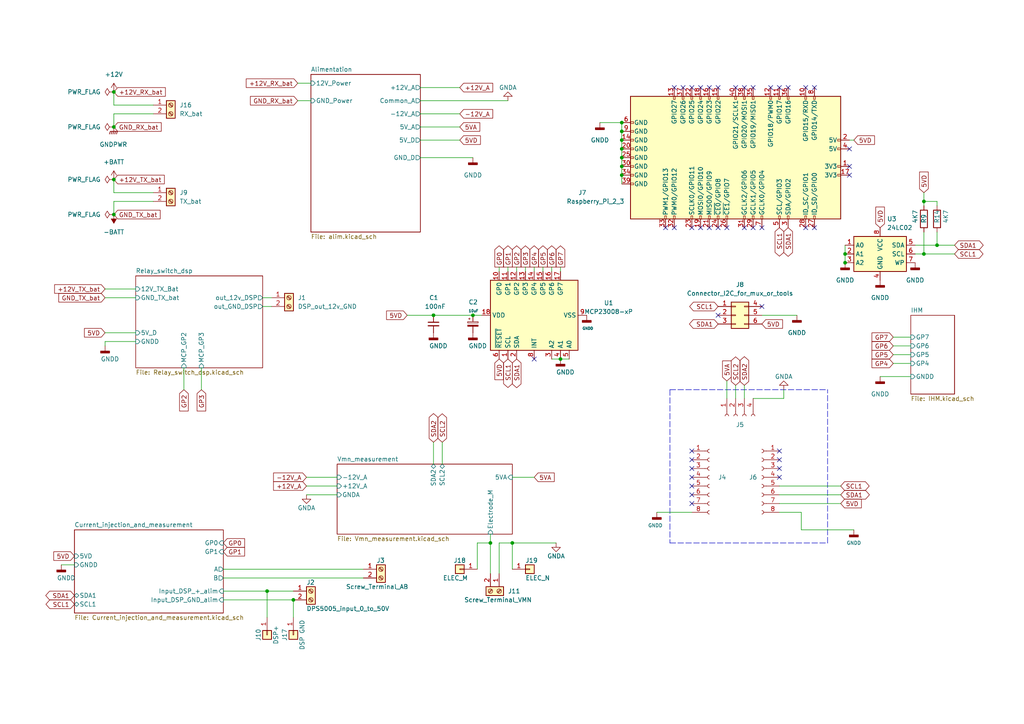
<source format=kicad_sch>
(kicad_sch (version 20211123) (generator eeschema)
  (paper "A4")
  (title_block (title "Ohmpi_measurement_board") (company "OhmPi team"))
  (lib_symbols
    (symbol "Connector:Conn_01x04_Female" (pin_names (offset 1.016) hide)
      (property "Reference" "J" (at 0 5.08 0))
      (property "Value" "Conn_01x04_Female" (at 0 -7.62 0))
      (symbol "Conn_01x04_Female_1_1"
        (arc (start 0 -4.572) (mid -0.508 -5.08) (end 0 -5.588) (stroke (width 0.1524)))
        (arc (start 0 -2.032) (mid -0.508 -2.54) (end 0 -3.048) (stroke (width 0.1524)))
        (polyline (pts (xy -1.27 -5.08) (xy -0.508 -5.08)) (stroke (width 0.1524)))
        (polyline (pts (xy -1.27 -2.54) (xy -0.508 -2.54)) (stroke (width 0.1524)))
        (polyline (pts (xy -1.27 0) (xy -0.508 0)) (stroke (width 0.1524)))
        (polyline (pts (xy -1.27 2.54) (xy -0.508 2.54)) (stroke (width 0.1524)))
        (arc (start 0 0.508) (mid -0.508 0) (end 0 -0.508) (stroke (width 0.1524)))
        (arc (start 0 3.048) (mid -0.508 2.54) (end 0 2.032) (stroke (width 0.1524)))
        (pin passive line (at -5.08 2.54 0) (length 3.81) (name "Pin_1") (number "1"))
        (pin passive line (at -5.08 0 0) (length 3.81) (name "Pin_2") (number "2"))
        (pin passive line (at -5.08 -2.54 0) (length 3.81) (name "Pin_3") (number "3"))
        (pin passive line (at -5.08 -5.08 0) (length 3.81) (name "Pin_4") (number "4"))
      )
    )
    (symbol "Connector:Conn_01x08_Female" (pin_names (offset 1.016) hide)
      (property "Reference" "J" (at 0 10.16 0))
      (property "Value" "Conn_01x08_Female" (at 0 -12.7 0))
      (symbol "Conn_01x08_Female_1_1"
        (arc (start 0 -9.652) (mid -0.508 -10.16) (end 0 -10.668) (stroke (width 0.1524)))
        (arc (start 0 -7.112) (mid -0.508 -7.62) (end 0 -8.128) (stroke (width 0.1524)))
        (arc (start 0 -4.572) (mid -0.508 -5.08) (end 0 -5.588) (stroke (width 0.1524)))
        (arc (start 0 -2.032) (mid -0.508 -2.54) (end 0 -3.048) (stroke (width 0.1524)))
        (polyline (pts (xy -1.27 -10.16) (xy -0.508 -10.16)) (stroke (width 0.1524)))
        (polyline (pts (xy -1.27 -7.62) (xy -0.508 -7.62)) (stroke (width 0.1524)))
        (polyline (pts (xy -1.27 -5.08) (xy -0.508 -5.08)) (stroke (width 0.1524)))
        (polyline (pts (xy -1.27 -2.54) (xy -0.508 -2.54)) (stroke (width 0.1524)))
        (polyline (pts (xy -1.27 0) (xy -0.508 0)) (stroke (width 0.1524)))
        (polyline (pts (xy -1.27 2.54) (xy -0.508 2.54)) (stroke (width 0.1524)))
        (polyline (pts (xy -1.27 5.08) (xy -0.508 5.08)) (stroke (width 0.1524)))
        (polyline (pts (xy -1.27 7.62) (xy -0.508 7.62)) (stroke (width 0.1524)))
        (arc (start 0 0.508) (mid -0.508 0) (end 0 -0.508) (stroke (width 0.1524)))
        (arc (start 0 3.048) (mid -0.508 2.54) (end 0 2.032) (stroke (width 0.1524)))
        (arc (start 0 5.588) (mid -0.508 5.08) (end 0 4.572) (stroke (width 0.1524)))
        (arc (start 0 8.128) (mid -0.508 7.62) (end 0 7.112) (stroke (width 0.1524)))
        (pin passive line (at -5.08 7.62 0) (length 3.81) (name "Pin_1") (number "1"))
        (pin passive line (at -5.08 5.08 0) (length 3.81) (name "Pin_2") (number "2"))
        (pin passive line (at -5.08 2.54 0) (length 3.81) (name "Pin_3") (number "3"))
        (pin passive line (at -5.08 0 0) (length 3.81) (name "Pin_4") (number "4"))
        (pin passive line (at -5.08 -2.54 0) (length 3.81) (name "Pin_5") (number "5"))
        (pin passive line (at -5.08 -5.08 0) (length 3.81) (name "Pin_6") (number "6"))
        (pin passive line (at -5.08 -7.62 0) (length 3.81) (name "Pin_7") (number "7"))
        (pin passive line (at -5.08 -10.16 0) (length 3.81) (name "Pin_8") (number "8"))
      )
    )
    (symbol "Connector:Raspberry_Pi_2_3" (pin_names (offset 1.016))
      (property "Reference" "J" (at -17.78 31.75 0))
      (property "Value" "Raspberry_Pi_2_3" (at 10.16 -31.75 0))
      (symbol "Raspberry_Pi_2_3_0_1"
        (rectangle (start -17.78 30.48) (end 17.78 -30.48) (stroke (width 0.254)) (fill (type background)))
      )
      (symbol "Raspberry_Pi_2_3_1_1"
        (rectangle (start -16.891 -17.526) (end -17.78 -18.034))
        (rectangle (start -16.891 -14.986) (end -17.78 -15.494))
        (rectangle (start -16.891 -12.446) (end -17.78 -12.954))
        (rectangle (start -16.891 -9.906) (end -17.78 -10.414))
        (rectangle (start -16.891 -7.366) (end -17.78 -7.874))
        (rectangle (start -16.891 -4.826) (end -17.78 -5.334))
        (rectangle (start -16.891 0.254) (end -17.78 -0.254))
        (rectangle (start -16.891 2.794) (end -17.78 2.286))
        (rectangle (start -16.891 5.334) (end -17.78 4.826))
        (rectangle (start -16.891 10.414) (end -17.78 9.906))
        (rectangle (start -16.891 12.954) (end -17.78 12.446))
        (rectangle (start -16.891 15.494) (end -17.78 14.986))
        (rectangle (start -16.891 20.574) (end -17.78 20.066))
        (rectangle (start -16.891 23.114) (end -17.78 22.606))
        (rectangle (start -10.414 -29.591) (end -9.906 -30.48))
        (rectangle (start -7.874 -29.591) (end -7.366 -30.48))
        (rectangle (start -5.334 -29.591) (end -4.826 -30.48))
        (rectangle (start -5.334 30.48) (end -4.826 29.591))
        (rectangle (start -2.794 -29.591) (end -2.286 -30.48))
        (rectangle (start -2.794 30.48) (end -2.286 29.591))
        (rectangle (start -0.254 -29.591) (end 0.254 -30.48))
        (rectangle (start 2.286 -29.591) (end 2.794 -30.48))
        (rectangle (start 2.286 30.48) (end 2.794 29.591))
        (rectangle (start 4.826 -29.591) (end 5.334 -30.48))
        (rectangle (start 4.826 30.48) (end 5.334 29.591))
        (rectangle (start 7.366 -29.591) (end 7.874 -30.48))
        (rectangle (start 17.78 -20.066) (end 16.891 -20.574))
        (rectangle (start 17.78 -17.526) (end 16.891 -18.034))
        (rectangle (start 17.78 -12.446) (end 16.891 -12.954))
        (rectangle (start 17.78 -9.906) (end 16.891 -10.414))
        (rectangle (start 17.78 -7.366) (end 16.891 -7.874))
        (rectangle (start 17.78 -4.826) (end 16.891 -5.334))
        (rectangle (start 17.78 -2.286) (end 16.891 -2.794))
        (rectangle (start 17.78 2.794) (end 16.891 2.286))
        (rectangle (start 17.78 5.334) (end 16.891 4.826))
        (rectangle (start 17.78 7.874) (end 16.891 7.366))
        (rectangle (start 17.78 12.954) (end 16.891 12.446))
        (rectangle (start 17.78 15.494) (end 16.891 14.986))
        (rectangle (start 17.78 20.574) (end 16.891 20.066))
        (rectangle (start 17.78 23.114) (end 16.891 22.606))
        (pin power_in line (at 2.54 33.02 270) (length 2.54) (name "3V3") (number "1"))
        (pin bidirectional line (at -20.32 20.32 0) (length 2.54) (name "GPIO15/RXD") (number "10"))
        (pin bidirectional line (at -20.32 12.7 0) (length 2.54) (name "GPIO17") (number "11"))
        (pin bidirectional line (at -20.32 10.16 0) (length 2.54) (name "GPIO18/PWM0") (number "12"))
        (pin bidirectional line (at -20.32 -17.78 0) (length 2.54) (name "GPIO27") (number "13"))
        (pin power_in line (at -5.08 -33.02 90) (length 2.54) (name "GND") (number "14"))
        (pin bidirectional line (at -20.32 -5.08 0) (length 2.54) (name "GPIO22") (number "15"))
        (pin bidirectional line (at -20.32 -7.62 0) (length 2.54) (name "GPIO23") (number "16"))
        (pin power_in line (at 5.08 33.02 270) (length 2.54) (name "3V3") (number "17"))
        (pin bidirectional line (at -20.32 -10.16 0) (length 2.54) (name "GPIO24") (number "18"))
        (pin bidirectional line (at 20.32 -10.16 180) (length 2.54) (name "MOSI0/GPIO10") (number "19"))
        (pin power_in line (at -5.08 33.02 270) (length 2.54) (name "5V") (number "2"))
        (pin power_in line (at -2.54 -33.02 90) (length 2.54) (name "GND") (number "20"))
        (pin bidirectional line (at 20.32 -7.62 180) (length 2.54) (name "MISO0/GPIO9") (number "21"))
        (pin bidirectional line (at -20.32 -12.7 0) (length 2.54) (name "GPIO25") (number "22"))
        (pin bidirectional line (at 20.32 -12.7 180) (length 2.54) (name "SCLK0/GPIO11") (number "23"))
        (pin bidirectional line (at 20.32 -5.08 180) (length 2.54) (name "~{CE0}/GPIO8") (number "24"))
        (pin power_in line (at 0 -33.02 90) (length 2.54) (name "GND") (number "25"))
        (pin bidirectional line (at 20.32 -2.54 180) (length 2.54) (name "~{CE1}/GPIO7") (number "26"))
        (pin bidirectional line (at 20.32 22.86 180) (length 2.54) (name "ID_SD/GPIO0") (number "27"))
        (pin bidirectional line (at 20.32 20.32 180) (length 2.54) (name "ID_SC/GPIO1") (number "28"))
        (pin bidirectional line (at 20.32 5.08 180) (length 2.54) (name "GCLK1/GPIO5") (number "29"))
        (pin bidirectional line (at 20.32 15.24 180) (length 2.54) (name "SDA/GPIO2") (number "3"))
        (pin power_in line (at 2.54 -33.02 90) (length 2.54) (name "GND") (number "30"))
        (pin bidirectional line (at 20.32 2.54 180) (length 2.54) (name "GCLK2/GPIO6") (number "31"))
        (pin bidirectional line (at 20.32 -17.78 180) (length 2.54) (name "PWM0/GPIO12") (number "32"))
        (pin bidirectional line (at 20.32 -20.32 180) (length 2.54) (name "PWM1/GPIO13") (number "33"))
        (pin power_in line (at 5.08 -33.02 90) (length 2.54) (name "GND") (number "34"))
        (pin bidirectional line (at -20.32 5.08 0) (length 2.54) (name "GPIO19/MISO1") (number "35"))
        (pin bidirectional line (at -20.32 15.24 0) (length 2.54) (name "GPIO16") (number "36"))
        (pin bidirectional line (at -20.32 -15.24 0) (length 2.54) (name "GPIO26") (number "37"))
        (pin bidirectional line (at -20.32 2.54 0) (length 2.54) (name "GPIO20/MOSI1") (number "38"))
        (pin power_in line (at 7.62 -33.02 90) (length 2.54) (name "GND") (number "39"))
        (pin power_in line (at -2.54 33.02 270) (length 2.54) (name "5V") (number "4"))
        (pin bidirectional line (at -20.32 0 0) (length 2.54) (name "GPIO21/SCLK1") (number "40"))
        (pin bidirectional line (at 20.32 12.7 180) (length 2.54) (name "SCL/GPIO3") (number "5"))
        (pin power_in line (at -10.16 -33.02 90) (length 2.54) (name "GND") (number "6"))
        (pin bidirectional line (at 20.32 7.62 180) (length 2.54) (name "GCLK0/GPIO4") (number "7"))
        (pin bidirectional line (at -20.32 22.86 0) (length 2.54) (name "GPIO14/TXD") (number "8"))
        (pin power_in line (at -7.62 -33.02 90) (length 2.54) (name "GND") (number "9"))
      )
    )
    (symbol "Connector:Screw_Terminal_01x02" (pin_names (offset 1.016) hide)
      (property "Reference" "J" (at 0 2.54 0))
      (property "Value" "Screw_Terminal_01x02" (at 0 -5.08 0))
      (symbol "Screw_Terminal_01x02_1_1"
        (rectangle (start -1.27 1.27) (end 1.27 -3.81) (stroke (width 0.254)) (fill (type background)))
        (circle (center 0 -2.54) (radius 0.635) (stroke (width 0.1524)))
        (polyline (pts (xy -0.5334 -2.2098) (xy 0.3302 -3.048)) (stroke (width 0.1524)))
        (polyline (pts (xy -0.5334 0.3302) (xy 0.3302 -0.508)) (stroke (width 0.1524)))
        (polyline (pts (xy -0.3556 -2.032) (xy 0.508 -2.8702)) (stroke (width 0.1524)))
        (polyline (pts (xy -0.3556 0.508) (xy 0.508 -0.3302)) (stroke (width 0.1524)))
        (circle (center 0 0) (radius 0.635) (stroke (width 0.1524)))
        (pin passive line (at -5.08 0 0) (length 3.81) (name "Pin_1") (number "1"))
        (pin passive line (at -5.08 -2.54 0) (length 3.81) (name "Pin_2") (number "2"))
      )
    )
    (symbol "Connector_Generic:Conn_01x01" (pin_names (offset 1.016) hide)
      (property "Reference" "J" (at 0 2.54 0))
      (property "Value" "Conn_01x01" (at 0 -2.54 0))
      (symbol "Conn_01x01_1_1"
        (rectangle (start -1.27 0.127) (end 0 -0.127) (stroke (width 0.1524)))
        (rectangle (start -1.27 1.27) (end 1.27 -1.27) (stroke (width 0.254)) (fill (type background)))
        (pin passive line (at -5.08 0 0) (length 3.81) (name "Pin_1") (number "1"))
      )
    )
    (symbol "Connector_Generic:Conn_02x03_Top_Bottom" (pin_names (offset 1.016) hide)
      (property "Reference" "J" (at 1.27 5.08 0))
      (property "Value" "Conn_02x03_Top_Bottom" (at 1.27 -5.08 0))
      (symbol "Conn_02x03_Top_Bottom_1_1"
        (rectangle (start -1.27 -2.413) (end 0 -2.667) (stroke (width 0.1524)))
        (rectangle (start -1.27 0.127) (end 0 -0.127) (stroke (width 0.1524)))
        (rectangle (start -1.27 2.667) (end 0 2.413) (stroke (width 0.1524)))
        (rectangle (start -1.27 3.81) (end 3.81 -3.81) (stroke (width 0.254)) (fill (type background)))
        (rectangle (start 3.81 -2.413) (end 2.54 -2.667) (stroke (width 0.1524)))
        (rectangle (start 3.81 0.127) (end 2.54 -0.127) (stroke (width 0.1524)))
        (rectangle (start 3.81 2.667) (end 2.54 2.413) (stroke (width 0.1524)))
        (pin passive line (at -5.08 2.54 0) (length 3.81) (name "Pin_1") (number "1"))
        (pin passive line (at -5.08 0 0) (length 3.81) (name "Pin_2") (number "2"))
        (pin passive line (at -5.08 -2.54 0) (length 3.81) (name "Pin_3") (number "3"))
        (pin passive line (at 7.62 2.54 180) (length 3.81) (name "Pin_4") (number "4"))
        (pin passive line (at 7.62 0 180) (length 3.81) (name "Pin_5") (number "5"))
        (pin passive line (at 7.62 -2.54 180) (length 3.81) (name "Pin_6") (number "6"))
      )
    )
    (symbol "Device:C_Polarized_Small" (pin_numbers hide) (pin_names (offset 0.254) hide)
      (property "Reference" "C" (at 0.254 1.778 0))
      (property "Value" "C_Polarized_Small" (at 0.254 -2.032 0))
      (symbol "C_Polarized_Small_0_1"
        (rectangle (start -1.524 -0.3048) (end 1.524 -0.6858) (fill (type outline)))
        (rectangle (start -1.524 0.6858) (end 1.524 0.3048))
        (polyline (pts (xy -1.27 1.524) (xy -0.762 1.524)))
        (polyline (pts (xy -1.016 1.27) (xy -1.016 1.778)))
      )
      (symbol "C_Polarized_Small_1_1"
        (pin passive line (at 0 2.54 270) (length 1.8542) (name "~") (number "1"))
        (pin passive line (at 0 -2.54 90) (length 1.8542) (name "~") (number "2"))
      )
    )
    (symbol "Device:C_Small" (pin_numbers hide) (pin_names (offset 0.254) hide)
      (property "Reference" "C" (at 0.254 1.778 0))
      (property "Value" "C_Small" (at 0.254 -2.032 0))
      (symbol "C_Small_0_1"
        (polyline (pts (xy -1.524 -0.508) (xy 1.524 -0.508)) (stroke (width 0.3302)))
        (polyline (pts (xy -1.524 0.508) (xy 1.524 0.508)) (stroke (width 0.3048)))
      )
      (symbol "C_Small_1_1"
        (pin passive line (at 0 2.54 270) (length 2.032) (name "~") (number "1"))
        (pin passive line (at 0 -2.54 90) (length 2.032) (name "~") (number "2"))
      )
    )
    (symbol "Device:R" (pin_numbers hide) (pin_names (offset 0))
      (property "Reference" "R" (at 2.032 0 90))
      (property "Value" "R" (at 0 0 90))
      (symbol "R_0_1"
        (rectangle (start -1.016 -2.54) (end 1.016 2.54) (stroke (width 0.254)))
      )
      (symbol "R_1_1"
        (pin passive line (at 0 3.81 270) (length 1.27) (name "~") (number "1"))
        (pin passive line (at 0 -3.81 90) (length 1.27) (name "~") (number "2"))
      )
    )
    (symbol "Interface_Expansion:MCP23008-xP"
      (property "Reference" "U" (at -8.89 13.97 0))
      (property "Value" "MCP23008-xP" (at 8.89 13.97 0))
      (symbol "MCP23008-xP_0_1"
        (rectangle (start -10.16 12.7) (end 10.16 -12.7) (stroke (width 0.254)) (fill (type background)))
      )
      (symbol "MCP23008-xP_1_1"
        (pin input line (at -12.7 7.62 0) (length 2.54) (name "SCL") (number "1"))
        (pin bidirectional line (at 12.7 10.16 180) (length 2.54) (name "GP0") (number "10"))
        (pin bidirectional line (at 12.7 7.62 180) (length 2.54) (name "GP1") (number "11"))
        (pin bidirectional line (at 12.7 5.08 180) (length 2.54) (name "GP2") (number "12"))
        (pin bidirectional line (at 12.7 2.54 180) (length 2.54) (name "GP3") (number "13"))
        (pin bidirectional line (at 12.7 0 180) (length 2.54) (name "GP4") (number "14"))
        (pin bidirectional line (at 12.7 -2.54 180) (length 2.54) (name "GP5") (number "15"))
        (pin bidirectional line (at 12.7 -5.08 180) (length 2.54) (name "GP6") (number "16"))
        (pin bidirectional line (at 12.7 -7.62 180) (length 2.54) (name "GP7") (number "17"))
        (pin power_in line (at 0 15.24 270) (length 2.54) (name "VDD") (number "18"))
        (pin bidirectional line (at -12.7 5.08 0) (length 2.54) (name "SDA") (number "2"))
        (pin input line (at -12.7 -5.08 0) (length 2.54) (name "A2") (number "3"))
        (pin input line (at -12.7 -7.62 0) (length 2.54) (name "A1") (number "4"))
        (pin input line (at -12.7 -10.16 0) (length 2.54) (name "A0") (number "5"))
        (pin input line (at -12.7 10.16 0) (length 2.54) (name "~{RESET}") (number "6"))
        (pin no_connect line (at -10.16 -2.54 0) (length 2.54) hide (name "NC") (number "7"))
        (pin output line (at -12.7 0 0) (length 2.54) (name "INT") (number "8"))
        (pin power_in line (at 0 -15.24 90) (length 2.54) (name "VSS") (number "9"))
      )
    )
    (symbol "Memory_EEPROM:24LC02"
      (property "Reference" "U" (at -6.35 6.35 0))
      (property "Value" "24LC02" (at 1.27 6.35 0))
      (symbol "24LC02_1_1"
        (rectangle (start -7.62 5.08) (end 7.62 -5.08) (stroke (width 0.254)) (fill (type background)))
        (pin input line (at -10.16 2.54 0) (length 2.54) (name "A0") (number "1"))
        (pin input line (at -10.16 0 0) (length 2.54) (name "A1") (number "2"))
        (pin input line (at -10.16 -2.54 0) (length 2.54) (name "A2") (number "3"))
        (pin power_in line (at 0 -7.62 90) (length 2.54) (name "GND") (number "4"))
        (pin bidirectional line (at 10.16 2.54 180) (length 2.54) (name "SDA") (number "5"))
        (pin input line (at 10.16 0 180) (length 2.54) (name "SCL") (number "6"))
        (pin input line (at 10.16 -2.54 180) (length 2.54) (name "WP") (number "7"))
        (pin power_in line (at 0 7.62 270) (length 2.54) (name "VCC") (number "8"))
      )
    )
    (symbol "power:+12V" (power) (pin_names (offset 0))
      (property "Value" "+12V" (at 0 3.556 0))
      (symbol "+12V_0_1"
        (polyline (pts (xy -0.762 1.27) (xy 0 2.54)))
        (polyline (pts (xy 0 0) (xy 0 2.54)))
        (polyline (pts (xy 0 2.54) (xy 0.762 1.27)))
      )
      (symbol "+12V_1_1"
        (pin power_in line (at 0 0 90) (length 0) hide (name "+12V") (number "1"))
      )
    )
    (symbol "power:+BATT" (power) (pin_names (offset 0))
      (property "Value" "+BATT" (at 0 3.556 0))
      (symbol "+BATT_0_1"
        (polyline (pts (xy -0.762 1.27) (xy 0 2.54)))
        (polyline (pts (xy 0 0) (xy 0 2.54)))
        (polyline (pts (xy 0 2.54) (xy 0.762 1.27)))
      )
      (symbol "+BATT_1_1"
        (pin power_in line (at 0 0 90) (length 0) hide (name "+BATT") (number "1"))
      )
    )
    (symbol "power:-BATT" (power) (pin_names (offset 0))
      (property "Value" "-BATT" (at 0 3.556 0))
      (symbol "-BATT_0_1"
        (polyline (pts (xy 0 0) (xy 0 2.54)))
        (polyline (pts (xy 0.762 1.27) (xy -0.762 1.27) (xy 0 2.54) (xy 0.762 1.27)) (fill (type outline)))
      )
      (symbol "-BATT_1_1"
        (pin power_in line (at 0 0 90) (length 0) hide (name "-BATT") (number "1"))
      )
    )
    (symbol "power:GNDA" (power) (pin_names (offset 0))
      (property "Value" "GNDA" (at 0 -3.81 0))
      (symbol "GNDA_0_1"
        (polyline (pts (xy 0 0) (xy 0 -1.27) (xy 1.27 -1.27) (xy 0 -2.54) (xy -1.27 -1.27) (xy 0 -1.27)))
      )
      (symbol "GNDA_1_1"
        (pin power_in line (at 0 0 270) (length 0) hide (name "GNDA") (number "1"))
      )
    )
    (symbol "power:GNDD" (power) (pin_names (offset 0))
      (property "Value" "GNDD" (at 0 -3.175 0))
      (symbol "GNDD_0_1"
        (rectangle (start -1.27 -1.524) (end 1.27 -2.032) (stroke (width 0.254)) (fill (type outline)))
        (polyline (pts (xy 0 0) (xy 0 -1.524)))
      )
      (symbol "GNDD_1_1"
        (pin power_in line (at 0 0 270) (length 0) hide (name "GNDD") (number "1"))
      )
    )
    (symbol "power:GNDPWR" (power) (pin_names (offset 0))
      (property "Value" "GNDPWR" (at 0 -3.302 0))
      (symbol "GNDPWR_0_1"
        (polyline (pts (xy 0 -1.27) (xy 0 0)))
        (polyline (pts (xy -1.016 -1.27) (xy -1.27 -2.032) (xy -1.27 -2.032)) (stroke (width 0.2032)))
        (polyline (pts (xy -0.508 -1.27) (xy -0.762 -2.032) (xy -0.762 -2.032)) (stroke (width 0.2032)))
        (polyline (pts (xy 0 -1.27) (xy -0.254 -2.032) (xy -0.254 -2.032)) (stroke (width 0.2032)))
        (polyline (pts (xy 0.508 -1.27) (xy 0.254 -2.032) (xy 0.254 -2.032)) (stroke (width 0.2032)))
        (polyline (pts (xy 1.016 -1.27) (xy -1.016 -1.27) (xy -1.016 -1.27)) (stroke (width 0.2032)))
        (polyline (pts (xy 1.016 -1.27) (xy 0.762 -2.032) (xy 0.762 -2.032) (xy 0.762 -2.032)) (stroke (width 0.2032)))
      )
      (symbol "GNDPWR_1_1"
        (pin power_in line (at 0 0 270) (length 0) hide (name "GNDPWR") (number "1"))
      )
    )
    (symbol "power:PWR_FLAG" (power) (pin_numbers hide) (pin_names (offset 0) hide)
      (property "Value" "PWR_FLAG" (at 0 3.81 0))
      (symbol "PWR_FLAG_0_0"
        (pin power_out line (at 0 0 90) (length 0) (name "pwr") (number "1"))
      )
      (symbol "PWR_FLAG_0_1"
        (polyline (pts (xy 0 0) (xy 0 1.27) (xy -1.016 1.905) (xy 0 2.54) (xy 1.016 1.905) (xy 0 1.27)))
      )
    )
  )
  (junction (at 180.34 45.72))
  (junction (at 271.78 71.12))
  (junction (at 85.09 173.99))
  (junction (at 125.73 91.44))
  (junction (at 245.11 76.2))
  (junction (at 148.59 157.48))
  (junction (at 180.34 40.64))
  (junction (at 137.16 91.44))
  (junction (at 33.02 52.07))
  (junction (at 180.34 38.1))
  (junction (at 245.11 73.66))
  (junction (at 33.02 36.83))
  (junction (at 180.34 48.26))
  (junction (at 162.56 104.14))
  (junction (at 33.02 26.67))
  (junction (at 267.97 58.42))
  (junction (at 77.47 171.45))
  (junction (at 267.97 73.66))
  (junction (at 180.34 50.8))
  (junction (at 180.34 35.56))
  (junction (at 33.02 62.23))
  (junction (at 180.34 43.18))
  (junction (at 142.24 157.48))
  (no_connect (at 200.66 140.97))
  (no_connect (at 200.66 135.89))
  (no_connect (at 200.66 138.43))
  (no_connect (at 200.66 130.81))
  (no_connect (at 200.66 133.35))
  (no_connect (at 200.66 143.51))
  (no_connect (at 200.66 146.05))
  (no_connect (at 154.94 104.14))
  (no_connect (at 246.38 48.26))
  (no_connect (at 246.38 50.8))
  (no_connect (at 246.38 43.18))
  (no_connect (at 220.98 88.9))
  (no_connect (at 208.28 91.44))
  (no_connect (at 226.06 138.43))
  (no_connect (at 226.06 130.81))
  (no_connect (at 226.06 133.35))
  (no_connect (at 226.06 135.89))
  (no_connect (at 223.52 25.4))
  (no_connect (at 226.06 25.4))
  (no_connect (at 228.6 25.4))
  (no_connect (at 233.68 25.4))
  (no_connect (at 236.22 25.4))
  (no_connect (at 195.58 25.4))
  (no_connect (at 198.12 25.4))
  (no_connect (at 200.66 25.4))
  (no_connect (at 203.2 25.4))
  (no_connect (at 205.74 25.4))
  (no_connect (at 208.28 25.4))
  (no_connect (at 213.36 25.4))
  (no_connect (at 215.9 25.4))
  (no_connect (at 218.44 25.4))
  (no_connect (at 233.68 66.04))
  (no_connect (at 236.22 66.04))
  (no_connect (at 210.82 66.04))
  (no_connect (at 215.9 66.04))
  (no_connect (at 218.44 66.04))
  (no_connect (at 220.98 66.04))
  (no_connect (at 200.66 66.04))
  (no_connect (at 203.2 66.04))
  (no_connect (at 205.74 66.04))
  (no_connect (at 208.28 66.04))
  (no_connect (at 195.58 66.04))
  (no_connect (at 193.04 66.04))
  (wire (pts (xy 271.78 71.12) (xy 265.43 71.12)))
  (wire (pts (xy 138.43 157.48) (xy 138.43 165.1)))
  (wire (pts (xy 44.45 58.42) (xy 33.02 58.42)))
  (wire (pts (xy 33.02 55.88) (xy 33.02 52.07)))
  (wire (pts (xy 121.92 40.64) (xy 133.35 40.64)))
  (wire (pts (xy 276.86 73.66) (xy 267.97 73.66)))
  (wire (pts (xy 148.59 157.48) (xy 144.78 157.48)))
  (wire (pts (xy 33.02 58.42) (xy 33.02 62.23)))
  (wire (pts (xy 53.34 106.68) (xy 53.34 113.03)))
  (wire (pts (xy 276.86 71.12) (xy 271.78 71.12)))
  (wire (pts (xy 44.45 30.48) (xy 33.02 30.48)))
  (polyline (pts (xy 194.31 157.48) (xy 240.03 157.48)))
  (wire (pts (xy 64.77 171.45) (xy 77.47 171.45)))
  (polyline (pts (xy 194.31 113.03) (xy 240.03 113.03)))
  (wire (pts (xy 30.48 99.06) (xy 30.48 100.33)))
  (wire (pts (xy 220.98 91.44) (xy 231.14 91.44)))
  (wire (pts (xy 245.11 73.66) (xy 245.11 76.2)))
  (wire (pts (xy 162.56 104.14) (xy 165.1 104.14)))
  (wire (pts (xy 247.65 153.67) (xy 232.41 153.67)))
  (wire (pts (xy 144.78 77.47) (xy 144.78 78.74)))
  (wire (pts (xy 88.9 138.43) (xy 97.79 138.43)))
  (wire (pts (xy 190.5 148.59) (xy 200.66 148.59)))
  (wire (pts (xy 180.34 50.8) (xy 180.34 53.34)))
  (wire (pts (xy 30.48 96.52) (xy 39.37 96.52)))
  (wire (pts (xy 267.97 58.42) (xy 271.78 58.42)))
  (wire (pts (xy 226.06 146.05) (xy 243.84 146.05)))
  (wire (pts (xy 33.02 30.48) (xy 33.02 26.67)))
  (wire (pts (xy 247.65 40.64) (xy 246.38 40.64)))
  (wire (pts (xy 271.78 67.31) (xy 271.78 71.12)))
  (wire (pts (xy 64.77 165.1) (xy 105.41 165.1)))
  (wire (pts (xy 121.92 36.83) (xy 133.35 36.83)))
  (wire (pts (xy 86.36 24.13) (xy 90.17 24.13)))
  (polyline (pts (xy 240.03 157.48) (xy 240.03 113.03)))
  (wire (pts (xy 160.02 77.47) (xy 160.02 78.74)))
  (wire (pts (xy 147.32 77.47) (xy 147.32 78.74)))
  (wire (pts (xy 271.78 58.42) (xy 271.78 59.69)))
  (wire (pts (xy 121.92 45.72) (xy 137.16 45.72)))
  (wire (pts (xy 77.47 171.45) (xy 77.47 179.07)))
  (wire (pts (xy 173.99 35.56) (xy 180.34 35.56)))
  (wire (pts (xy 118.11 91.44) (xy 125.73 91.44)))
  (wire (pts (xy 245.11 71.12) (xy 245.11 73.66)))
  (wire (pts (xy 259.08 102.87) (xy 264.16 102.87)))
  (wire (pts (xy 154.94 77.47) (xy 154.94 78.74)))
  (wire (pts (xy 39.37 99.06) (xy 30.48 99.06)))
  (wire (pts (xy 180.34 45.72) (xy 180.34 48.26)))
  (wire (pts (xy 30.48 86.36) (xy 39.37 86.36)))
  (wire (pts (xy 226.06 140.97) (xy 243.84 140.97)))
  (wire (pts (xy 88.9 140.97) (xy 97.79 140.97)))
  (wire (pts (xy 157.48 77.47) (xy 157.48 78.74)))
  (wire (pts (xy 226.06 143.51) (xy 243.84 143.51)))
  (wire (pts (xy 85.09 173.99) (xy 85.09 179.07)))
  (wire (pts (xy 148.59 138.43) (xy 154.94 138.43)))
  (wire (pts (xy 30.48 83.82) (xy 39.37 83.82)))
  (wire (pts (xy 128.27 128.27) (xy 128.27 134.62)))
  (wire (pts (xy 121.92 25.4) (xy 133.35 25.4)))
  (wire (pts (xy 148.59 157.48) (xy 148.59 165.1)))
  (wire (pts (xy 180.34 35.56) (xy 180.34 38.1)))
  (wire (pts (xy 125.73 128.27) (xy 125.73 134.62)))
  (wire (pts (xy 213.36 111.76) (xy 213.36 115.57)))
  (wire (pts (xy 64.77 173.99) (xy 85.09 173.99)))
  (wire (pts (xy 218.44 115.57) (xy 227.33 115.57)))
  (wire (pts (xy 267.97 55.88) (xy 267.97 58.42)))
  (wire (pts (xy 267.97 67.31) (xy 267.97 73.66)))
  (wire (pts (xy 259.08 97.79) (xy 264.16 97.79)))
  (wire (pts (xy 121.92 29.21) (xy 147.32 29.21)))
  (wire (pts (xy 44.45 33.02) (xy 33.02 33.02)))
  (wire (pts (xy 180.34 38.1) (xy 180.34 40.64)))
  (wire (pts (xy 259.08 100.33) (xy 264.16 100.33)))
  (wire (pts (xy 162.56 77.47) (xy 162.56 78.74)))
  (wire (pts (xy 76.2 88.9) (xy 78.74 88.9)))
  (wire (pts (xy 161.29 157.48) (xy 148.59 157.48)))
  (wire (pts (xy 64.77 167.64) (xy 105.41 167.64)))
  (wire (pts (xy 142.24 157.48) (xy 142.24 166.37)))
  (wire (pts (xy 255.27 109.22) (xy 264.16 109.22)))
  (wire (pts (xy 267.97 73.66) (xy 265.43 73.66)))
  (wire (pts (xy 259.08 105.41) (xy 264.16 105.41)))
  (wire (pts (xy 210.82 110.49) (xy 210.82 115.57)))
  (wire (pts (xy 180.34 43.18) (xy 180.34 45.72)))
  (wire (pts (xy 226.06 148.59) (xy 232.41 148.59)))
  (wire (pts (xy 180.34 48.26) (xy 180.34 50.8)))
  (wire (pts (xy 44.45 55.88) (xy 33.02 55.88)))
  (wire (pts (xy 86.36 29.21) (xy 90.17 29.21)))
  (wire (pts (xy 142.24 154.94) (xy 142.24 157.48)))
  (wire (pts (xy 77.47 171.45) (xy 85.09 171.45)))
  (wire (pts (xy 227.33 115.57) (xy 227.33 113.03)))
  (wire (pts (xy 144.78 157.48) (xy 144.78 166.37)))
  (wire (pts (xy 149.86 77.47) (xy 149.86 78.74)))
  (wire (pts (xy 137.16 91.44) (xy 139.7 91.44)))
  (wire (pts (xy 152.4 77.47) (xy 152.4 78.74)))
  (wire (pts (xy 180.34 40.64) (xy 180.34 43.18)))
  (wire (pts (xy 17.78 163.83) (xy 21.59 163.83)))
  (wire (pts (xy 267.97 59.69) (xy 267.97 58.42)))
  (wire (pts (xy 125.73 91.44) (xy 137.16 91.44)))
  (wire (pts (xy 215.9 111.76) (xy 215.9 115.57)))
  (wire (pts (xy 160.02 104.14) (xy 162.56 104.14)))
  (wire (pts (xy 33.02 33.02) (xy 33.02 36.83)))
  (wire (pts (xy 142.24 157.48) (xy 138.43 157.48)))
  (wire (pts (xy 121.92 33.02) (xy 133.35 33.02)))
  (wire (pts (xy 76.2 86.36) (xy 78.74 86.36)))
  (polyline (pts (xy 194.31 113.03) (xy 194.31 157.48)))
  (wire (pts (xy 232.41 153.67) (xy 232.41 148.59)))
  (wire (pts (xy 58.42 106.68) (xy 58.42 113.03)))
  (wire (pts (xy 88.9 143.51) (xy 97.79 143.51)))
  (global_label "GP7" (shape input) (at 259.08 97.79 180) (property "Intersheet References" "${INTERSHEET_REFS}" (effects hide)))
  (global_label "SCL1" (shape bidirectional) (at 21.59 175.26 180) (property "Intersheet References" "${INTERSHEET_REFS}" (effects hide)))
  (global_label "5VA" (shape input) (at 133.35 36.83 0) (property "Intersheet References" "${INTERSHEET_REFS}" (effects hide)))
  (global_label "5VA" (shape input) (at 210.82 110.49 90) (property "Intersheet References" "${INTERSHEET_REFS}" (effects hide)))
  (global_label "GP4" (shape input) (at 259.08 105.41 180) (property "Intersheet References" "${INTERSHEET_REFS}" (effects hide)))
  (global_label "SDA1" (shape bidirectional) (at 149.86 104.14 270) (property "Intersheet References" "${INTERSHEET_REFS}" (effects hide)))
  (global_label "GND_RX_bat" (shape input) (at 33.02 36.83 0) (property "Intersheet References" "${INTERSHEET_REFS}" (effects hide)))
  (global_label "SCL2" (shape bidirectional) (at 213.36 111.76 90) (property "Intersheet References" "${INTERSHEET_REFS}" (effects hide)))
  (global_label "GP3" (shape input) (at 58.42 113.03 270) (property "Intersheet References" "${INTERSHEET_REFS}" (effects hide)))
  (global_label "-12V_A" (shape input) (at 133.35 33.02 0) (property "Intersheet References" "${INTERSHEET_REFS}" (effects hide)))
  (global_label "GND_TX_bat" (shape input) (at 33.02 62.23 0) (property "Intersheet References" "${INTERSHEET_REFS}" (effects hide)))
  (global_label "SCL2" (shape bidirectional) (at 128.27 128.27 90) (property "Intersheet References" "${INTERSHEET_REFS}" (effects hide)))
  (global_label "GND_RX_bat" (shape input) (at 86.36 29.21 180) (property "Intersheet References" "${INTERSHEET_REFS}" (effects hide)))
  (global_label "SDA1" (shape bidirectional) (at 21.59 172.72 180) (property "Intersheet References" "${INTERSHEET_REFS}" (effects hide)))
  (global_label "SDA1" (shape bidirectional) (at 228.6 66.04 270) (property "Intersheet References" "${INTERSHEET_REFS}" (effects hide)))
  (global_label "SDA2" (shape bidirectional) (at 215.9 111.76 90) (property "Intersheet References" "${INTERSHEET_REFS}" (effects hide)))
  (global_label "5VD" (shape input) (at 247.65 40.64 0) (property "Intersheet References" "${INTERSHEET_REFS}" (effects hide)))
  (global_label "GND_TX_bat" (shape input) (at 30.48 86.36 180) (property "Intersheet References" "${INTERSHEET_REFS}" (effects hide)))
  (global_label "5VD" (shape input) (at 220.98 93.98 0) (property "Intersheet References" "${INTERSHEET_REFS}" (effects hide)))
  (global_label "GP3" (shape output) (at 152.4 77.47 90) (property "Intersheet References" "${INTERSHEET_REFS}" (effects hide)))
  (global_label "5VD" (shape input) (at 30.48 96.52 180) (property "Intersheet References" "${INTERSHEET_REFS}" (effects hide)))
  (global_label "GP1" (shape input) (at 64.77 160.02 0) (property "Intersheet References" "${INTERSHEET_REFS}" (effects hide)))
  (global_label "5VD" (shape input) (at 255.27 66.04 90) (property "Intersheet References" "${INTERSHEET_REFS}" (effects hide)))
  (global_label "+12V_TX_bat" (shape input) (at 33.02 52.07 0) (property "Intersheet References" "${INTERSHEET_REFS}" (effects hide)))
  (global_label "GP5" (shape output) (at 157.48 77.47 90) (property "Intersheet References" "${INTERSHEET_REFS}" (effects hide)))
  (global_label "5VD" (shape input) (at 243.84 146.05 0) (property "Intersheet References" "${INTERSHEET_REFS}" (effects hide)))
  (global_label "SCL1" (shape bidirectional) (at 226.06 66.04 270) (property "Intersheet References" "${INTERSHEET_REFS}" (effects hide)))
  (global_label "SCL1" (shape bidirectional) (at 208.28 88.9 180) (property "Intersheet References" "${INTERSHEET_REFS}" (effects hide)))
  (global_label "GP6" (shape input) (at 259.08 100.33 180) (property "Intersheet References" "${INTERSHEET_REFS}" (effects hide)))
  (global_label "GP2" (shape output) (at 149.86 77.47 90) (property "Intersheet References" "${INTERSHEET_REFS}" (effects hide)))
  (global_label "5VD" (shape input) (at 267.97 55.88 90) (property "Intersheet References" "${INTERSHEET_REFS}" (effects hide)))
  (global_label "GP7" (shape output) (at 162.56 77.47 90) (property "Intersheet References" "${INTERSHEET_REFS}" (effects hide)))
  (global_label "GP5" (shape input) (at 259.08 102.87 180) (property "Intersheet References" "${INTERSHEET_REFS}" (effects hide)))
  (global_label "GP0" (shape input) (at 64.77 157.48 0) (property "Intersheet References" "${INTERSHEET_REFS}" (effects hide)))
  (global_label "GP0" (shape output) (at 144.78 77.47 90) (property "Intersheet References" "${INTERSHEET_REFS}" (effects hide)))
  (global_label "5VA" (shape input) (at 154.94 138.43 0) (property "Intersheet References" "${INTERSHEET_REFS}" (effects hide)))
  (global_label "5VD" (shape input) (at 144.78 104.14 270) (property "Intersheet References" "${INTERSHEET_REFS}" (effects hide)))
  (global_label "GP6" (shape output) (at 160.02 77.47 90) (property "Intersheet References" "${INTERSHEET_REFS}" (effects hide)))
  (global_label "+12V_RX_bat" (shape input) (at 33.02 26.67 0) (property "Intersheet References" "${INTERSHEET_REFS}" (effects hide)))
  (global_label "SDA2" (shape bidirectional) (at 125.73 128.27 90) (property "Intersheet References" "${INTERSHEET_REFS}" (effects hide)))
  (global_label "5VD" (shape input) (at 133.35 40.64 0) (property "Intersheet References" "${INTERSHEET_REFS}" (effects hide)))
  (global_label "SCL1" (shape bidirectional) (at 243.84 140.97 0) (property "Intersheet References" "${INTERSHEET_REFS}" (effects hide)))
  (global_label "SDA1" (shape bidirectional) (at 208.28 93.98 180) (property "Intersheet References" "${INTERSHEET_REFS}" (effects hide)))
  (global_label "5VD" (shape input) (at 118.11 91.44 180) (property "Intersheet References" "${INTERSHEET_REFS}" (effects hide)))
  (global_label "+12V_A" (shape input) (at 133.35 25.4 0) (property "Intersheet References" "${INTERSHEET_REFS}" (effects hide)))
  (global_label "SDA1" (shape bidirectional) (at 243.84 143.51 0) (property "Intersheet References" "${INTERSHEET_REFS}" (effects hide)))
  (global_label "+12V_A" (shape input) (at 88.9 140.97 180) (property "Intersheet References" "${INTERSHEET_REFS}" (effects hide)))
  (global_label "GP4" (shape output) (at 154.94 77.47 90) (property "Intersheet References" "${INTERSHEET_REFS}" (effects hide)))
  (global_label "5VD" (shape input) (at 21.59 161.29 180) (property "Intersheet References" "${INTERSHEET_REFS}" (effects hide)))
  (global_label "-12V_A" (shape input) (at 88.9 138.43 180) (property "Intersheet References" "${INTERSHEET_REFS}" (effects hide)))
  (global_label "+12V_TX_bat" (shape input) (at 30.48 83.82 180) (property "Intersheet References" "${INTERSHEET_REFS}" (effects hide)))
  (global_label "SDA1" (shape bidirectional) (at 276.86 71.12 0) (property "Intersheet References" "${INTERSHEET_REFS}" (effects hide)))
  (global_label "SCL1" (shape bidirectional) (at 147.32 104.14 270) (property "Intersheet References" "${INTERSHEET_REFS}" (effects hide)))
  (global_label "GP2" (shape input) (at 53.34 113.03 270) (property "Intersheet References" "${INTERSHEET_REFS}" (effects hide)))
  (global_label "+12V_RX_bat" (shape input) (at 86.36 24.13 180) (property "Intersheet References" "${INTERSHEET_REFS}" (effects hide)))
  (global_label "SCL1" (shape bidirectional) (at 276.86 73.66 0) (property "Intersheet References" "${INTERSHEET_REFS}" (effects hide)))
  (global_label "GP1" (shape output) (at 147.32 77.47 90) (property "Intersheet References" "${INTERSHEET_REFS}" (effects hide)))
  (symbol (lib_id "Connector:Screw_Terminal_01x02") (at 110.49 165.1 0) (unit 1)
    (property "Reference" "J3" (at 109.2199 162.56 0) (effects (justify left)))
    (property "Value" "Screw_Terminal_AB" (at 100.33 170.18 0) (effects (justify left)))
    (property "Footprint" "TerminalBlock_Phoenix:TerminalBlock_Phoenix_MKDS-1,5-2-5.08_1x02_P5.08mm_Horizontal" (effects hide))
  )
  (symbol (lib_id "power:GNDD") (at 125.73 96.52 0) (unit 1)
    (property "Reference" "#PWR0103" (effects hide))
    (property "Value" "GNDD" (at 124.46 100.33 0) (effects (justify left)))
  )
  (symbol (lib_id "power:GNDD") (at 162.56 104.14 0) (unit 1)
    (property "Reference" "#PWR05" (effects hide))
    (property "Value" "GNDD" (at 161.29 107.95 0) (effects (justify left)))
  )
  (symbol (lib_id "Device:C_Polarized_Small") (at 137.16 93.98 0) (unit 1)
    (property "Reference" "C2" (at 135.89 87.63 0) (effects (justify left)))
    (property "Value" "10uF" (at 135.89 90.17 0) (effects (font (size 0.75 0.75)) (justify left)))
    (property "Footprint" "Capacitor_THT:CP_Radial_D6.3mm_P2.50mm" (effects hide))
  )
  (symbol (lib_id "power:GNDD") (at 173.99 35.56 0) (unit 1)
    (property "Reference" "#PWR028" (effects hide))
    (property "Value" "GNDD" (at 173.99 40.64 0))
  )
  (symbol (lib_id "power:GNDD") (at 231.14 91.44 0) (unit 1)
    (property "Reference" "#PWR031" (effects hide))
    (property "Value" "GNDD" (at 231.14 96.52 0))
  )
  (symbol (lib_id "Device:R") (at 271.78 63.5 0) (unit 1)
    (property "Reference" "R14" (at 271.78 64.77 90) (effects (justify left)))
    (property "Value" "4K7" (at 274.32 64.77 90) (effects (justify left)))
    (property "Footprint" "Resistor_THT:R_Axial_DIN0204_L3.6mm_D1.6mm_P7.62mm_Horizontal" (effects hide))
  )
  (symbol (lib_id "Connector:Conn_01x08_Female") (at 205.74 138.43 0) (unit 1)
    (property "Reference" "J4" (at 208.28 138.43 0) (effects (justify left)))
    (property "Value" "Conn_01x08_Female" (effects hide))
    (property "Footprint" "Connector_PinHeader_2.54mm:PinHeader_1x08_P2.54mm_Vertical" (effects hide))
  )
  (symbol (lib_id "power:GNDD") (at 265.43 76.2 0) (unit 1)
    (property "Reference" "#PWR0108" (effects hide))
    (property "Value" "GNDD" (at 265.43 81.28 0))
  )
  (symbol (lib_id "power:+BATT") (at 33.02 52.07 0) (unit 1)
    (property "Reference" "#PWR0101" (effects hide))
    (property "Value" "+BATT" (at 33.02 46.99 0))
  )
  (symbol (lib_id "Connector_Generic:Conn_01x01") (at 85.09 184.15 270) (unit 1)
    (property "Reference" "J17" (at 82.55 184.15 0))
    (property "Value" "DSP GND" (at 87.63 184.15 0))
    (property "Footprint" "Connector_PinHeader_2.54mm:PinHeader_1x01_P2.54mm_Vertical" (effects hide))
  )
  (symbol (lib_id "Connector_Generic:Conn_02x03_Top_Bottom") (at 213.36 91.44 0) (unit 1)
    (property "Reference" "J8" (at 214.63 82.55 0))
    (property "Value" "Connector_I2C_for_mux_or_tools" (at 214.63 85.09 0))
    (property "Footprint" "Connector_IDC:IDC-Header_2x03_P2.54mm_Vertical" (effects hide))
  )
  (symbol (lib_id "power:GNDA") (at 88.9 143.51 0) (unit 1)
    (property "Reference" "#PWR010" (effects hide))
    (property "Value" "GNDA" (at 88.9 147.32 0))
  )
  (symbol (lib_id "power:GNDD") (at 245.11 76.2 0) (unit 1)
    (property "Reference" "#PWR0107" (effects hide))
    (property "Value" "GNDD" (at 245.11 81.28 0))
  )
  (symbol (lib_id "power:PWR_FLAG") (at 33.02 62.23 90) (unit 1)
    (property "Reference" "#FLG02" (effects hide))
    (property "Value" "PWR_FLAG" (at 29.21 62.2299 90) (effects (justify left)))
  )
  (symbol (lib_id "Connector:Screw_Terminal_01x02") (at 49.53 55.88 0) (unit 1)
    (property "Reference" "J9" (at 52.07 55.8799 0) (effects (justify left)))
    (property "Value" "TX_bat" (at 52.07 58.4199 0) (effects (justify left)))
    (property "Footprint" "TerminalBlock_Phoenix:TerminalBlock_Phoenix_MKDS-1,5-2-5.08_1x02_P5.08mm_Horizontal" (effects hide))
  )
  (symbol (lib_id "power:GNDD") (at 137.16 45.72 0) (unit 1)
    (property "Reference" "#PWR03" (effects hide))
    (property "Value" "GNDD" (at 137.16 50.8 0))
  )
  (symbol (lib_id "Device:C_Small") (at 125.73 93.98 0) (unit 1)
    (property "Reference" "C1" (at 124.46 86.36 0) (effects (justify left)))
    (property "Value" "100nF" (at 123.19 88.9 0) (effects (justify left)))
    (property "Footprint" "Capacitor_THT:C_Disc_D8.0mm_W2.5mm_P5.00mm" (effects hide))
  )
  (symbol (lib_id "power:GNDA") (at 161.29 157.48 0) (unit 1)
    (property "Reference" "#PWR01" (effects hide))
    (property "Value" "GNDA" (at 161.29 161.29 0))
  )
  (symbol (lib_id "power:-BATT") (at 33.02 62.23 180) (unit 1)
    (property "Reference" "#PWR0102" (effects hide))
    (property "Value" "-BATT" (at 33.02 67.31 0))
  )
  (symbol (lib_id "power:GNDA") (at 147.32 29.21 180) (unit 1)
    (property "Reference" "#PWR04" (effects hide))
    (property "Value" "GNDA" (at 147.32 25.4 0))
  )
  (symbol (lib_id "power:GNDD") (at 170.18 91.44 0) (unit 1)
    (property "Reference" "#PWR06" (effects hide))
    (property "Value" "GNDD" (at 168.91 95.25 0) (effects (font (size 0.75 0.75)) (justify left)))
  )
  (symbol (lib_id "power:GNDD") (at 137.16 96.52 0) (unit 1)
    (property "Reference" "#PWR0104" (effects hide))
    (property "Value" "GNDD" (at 135.89 100.33 0) (effects (justify left)))
  )
  (symbol (lib_id "Connector:Screw_Terminal_01x02") (at 49.53 30.48 0) (unit 1)
    (property "Reference" "J16" (at 52.07 30.4799 0) (effects (justify left)))
    (property "Value" "RX_bat" (at 52.07 33.0199 0) (effects (justify left)))
    (property "Footprint" "TerminalBlock_Phoenix:TerminalBlock_Phoenix_MKDS-1,5-2-5.08_1x02_P5.08mm_Horizontal" (effects hide))
  )
  (symbol (lib_id "power:GNDD") (at 190.5 148.59 0) (unit 1)
    (property "Reference" "#PWR027" (effects hide))
    (property "Value" "GNDD" (at 187.96 152.4 0) (effects (font (size 1 1)) (justify left)))
  )
  (symbol (lib_id "power:GNDD") (at 247.65 153.67 0) (unit 1)
    (property "Reference" "#PWR030" (effects hide))
    (property "Value" "GNDD" (at 247.65 157.48 0) (effects (font (size 1 1))))
  )
  (symbol (lib_id "power:GNDA") (at 227.33 113.03 180) (unit 1)
    (property "Reference" "#PWR029" (effects hide))
    (property "Value" "GNDA" (at 227.33 109.22 0))
  )
  (symbol (lib_id "Connector:Raspberry_Pi_2_3") (at 213.36 45.72 270) (unit 1)
    (property "Reference" "J7" (at 168.91 55.88 90))
    (property "Value" "Raspberry_Pi_2_3" (at 172.72 58.42 90))
    (property "Footprint" "Connector_PinSocket_2.54mm:PinSocket_2x20_P2.54mm_Vertical" (effects hide))
    (property "Datasheet" "https://www.raspberrypi.org/documentation/hardware/raspberrypi/schematics/rpi_SCH_3bplus_1p0_reduced.pdf" (effects hide))
  )
  (symbol (lib_id "power:PWR_FLAG") (at 33.02 26.67 90) (unit 1)
    (property "Reference" "#FLG_TX01" (effects hide))
    (property "Value" "PWR_FLAG" (at 29.21 26.6699 90) (effects (justify left)))
  )
  (symbol (lib_id "Connector:Screw_Terminal_01x02") (at 90.17 171.45 0) (unit 1)
    (property "Reference" "J2" (at 88.8999 168.91 0) (effects (justify left)))
    (property "Value" "DPS5005_input_0_to_50V" (at 88.9 176.53 0) (effects (justify left)))
    (property "Footprint" "TerminalBlock_Phoenix:TerminalBlock_Phoenix_MKDS-1,5-2-5.08_1x02_P5.08mm_Horizontal" (effects hide))
  )
  (symbol (lib_id "Device:R") (at 267.97 63.5 0) (unit 1)
    (property "Reference" "R9" (at 267.97 64.77 90) (effects (justify left)))
    (property "Value" "4K7" (at 265.43 64.77 90) (effects (justify left)))
    (property "Footprint" "Resistor_THT:R_Axial_DIN0204_L3.6mm_D1.6mm_P7.62mm_Horizontal" (effects hide))
  )
  (symbol (lib_id "Memory_EEPROM:24LC02") (at 255.27 73.66 0) (unit 1)
    (property "Reference" "U3" (at 257.2894 63.5 0) (effects (justify left)))
    (property "Value" "24LC02" (at 257.2894 66.04 0) (effects (justify left)))
    (property "Footprint" "Package_DIP:DIP-8_W7.62mm" (effects hide))
    (property "Datasheet" "http://ww1.microchip.com/downloads/en/DeviceDoc/21709c.pdf" (effects hide))
  )
  (symbol (lib_id "Interface_Expansion:MCP23008-xP") (at 154.94 91.44 90) (unit 1)
    (property "Reference" "U1" (at 176.53 87.8586 90))
    (property "Value" "MCP23008-xP" (at 176.53 90.3986 90))
    (property "Footprint" "Package_DIP:DIP-18_W7.62mm" (effects hide))
    (property "Datasheet" "http://ww1.microchip.com/downloads/en/DeviceDoc/MCP23008-MCP23S08-Data-Sheet-20001919F.pdf" (effects hide))
  )
  (symbol (lib_id "power:GNDD") (at 255.27 81.28 0) (unit 1)
    (property "Reference" "#PWR0106" (effects hide))
    (property "Value" "GNDD" (at 255.27 86.36 0))
  )
  (symbol (lib_id "power:PWR_FLAG") (at 33.02 36.83 90) (unit 1)
    (property "Reference" "#FLG_RX01" (effects hide))
    (property "Value" "PWR_FLAG" (at 29.21 36.8299 90) (effects (justify left)))
  )
  (symbol (lib_id "Connector_Generic:Conn_01x01") (at 153.67 165.1 0) (unit 1)
    (property "Reference" "J19" (at 152.4 162.56 0) (effects (justify left)))
    (property "Value" "ELEC_N" (at 152.4 167.64 0) (effects (justify left)))
    (property "Footprint" "Connector_PinHeader_2.54mm:PinHeader_1x01_P2.54mm_Vertical" (effects hide))
  )
  (symbol (lib_id "power:GNDPWR") (at 33.02 36.83 0) (unit 1)
    (property "Reference" "#PWR039" (effects hide))
    (property "Value" "GNDPWR" (at 32.893 41.91 0))
  )
  (symbol (lib_id "power:+12V") (at 33.02 26.67 0) (unit 1)
    (property "Reference" "#PWR038" (effects hide))
    (property "Value" "+12V" (at 33.02 21.59 0))
  )
  (symbol (lib_id "Connector:Screw_Terminal_01x02") (at 144.78 171.45 270) (unit 1)
    (property "Reference" "J11" (at 147.32 171.45 90) (effects (justify left)))
    (property "Value" "Screw_Terminal_VMN" (at 134.62 173.99 90) (effects (justify left)))
    (property "Footprint" "TerminalBlock_Phoenix:TerminalBlock_Phoenix_MKDS-1,5-2-5.08_1x02_P5.08mm_Horizontal" (effects hide))
  )
  (symbol (lib_id "power:GNDD") (at 17.78 163.83 0) (unit 1)
    (property "Reference" "#PWR08" (effects hide))
    (property "Value" "GNDD" (at 16.51 167.64 0) (effects (justify left)))
  )
  (symbol (lib_id "power:PWR_FLAG") (at 33.02 52.07 90) (unit 1)
    (property "Reference" "#FLG01" (effects hide))
    (property "Value" "PWR_FLAG" (at 29.21 52.0699 90) (effects (justify left)))
  )
  (symbol (lib_id "power:GNDD") (at 30.48 100.33 0) (unit 1)
    (property "Reference" "#PWR07" (effects hide))
    (property "Value" "GNDD" (at 29.21 104.14 0) (effects (justify left)))
  )
  (symbol (lib_id "Connector:Conn_01x08_Female") (at 220.98 138.43 0) (mirror y) (unit 1)
    (property "Reference" "J6" (at 218.44 138.43 0))
    (property "Value" "Conn_01x08_Female" (effects hide))
    (property "Footprint" "Connector_PinHeader_2.54mm:PinHeader_1x08_P2.54mm_Vertical" (effects hide))
  )
  (symbol (lib_id "power:GNDD") (at 255.27 109.22 0) (unit 1)
    (property "Reference" "#PWR0105" (effects hide))
    (property "Value" "GNDD" (at 255.27 114.3 0))
  )
  (symbol (lib_id "Connector:Conn_01x04_Female") (at 213.36 120.65 90) (mirror x) (unit 1)
    (property "Reference" "J5" (at 214.63 123.19 90))
    (property "Value" "Conn_01x04_Female" (effects hide))
    (property "Footprint" "Connector_PinHeader_2.54mm:PinHeader_1x04_P2.54mm_Vertical" (effects hide))
  )
  (symbol (lib_id "Connector:Screw_Terminal_01x02") (at 83.82 86.36 0) (unit 1)
    (property "Reference" "J1" (at 86.36 86.3599 0) (effects (justify left)))
    (property "Value" "DSP_out_12v_GND" (at 86.36 88.8999 0) (effects (justify left)))
    (property "Footprint" "TerminalBlock_Phoenix:TerminalBlock_Phoenix_MKDS-1,5-2-5.08_1x02_P5.08mm_Horizontal" (effects hide))
  )
  (symbol (lib_id "Connector_Generic:Conn_01x01") (at 133.35 165.1 180) (unit 1)
    (property "Reference" "J18" (at 133.35 162.56 0))
    (property "Value" "ELEC_M" (at 132.08 167.64 0))
    (property "Footprint" "Connector_PinHeader_2.54mm:PinHeader_1x01_P2.54mm_Vertical" (effects hide))
  )
  (symbol (lib_id "Connector_Generic:Conn_01x01") (at 77.47 184.15 270) (unit 1)
    (property "Reference" "J10" (at 74.93 184.15 0))
    (property "Value" "DSP+" (at 80.01 184.15 0))
    (property "Footprint" "Connector_PinHeader_2.54mm:PinHeader_1x01_P2.54mm_Vertical" (effects hide))
  )
  (sheet (at 21.59 153.67) (size 43.18 24.13) (stroke (width 0.1524))
    (property "Sheet name" "Current_injection_and_measurement" (at 21.59 152.9584 0) (effects (justify left bottom)))
    (property "Sheet file" "Current_injection_and_measurement.kicad_sch" (at 21.59 178.3846 0) (effects (justify left top)))
    (pin "GP1" input (at 64.77 160.02 0))
    (pin "A" output (at 64.77 165.1 0))
    (pin "GNDD" input (at 21.59 163.83 180))
    (pin "B" output (at 64.77 167.64 0))
    (pin "GP0" input (at 64.77 157.48 0))
    (pin "5VD" input (at 21.59 161.29 180))
    (pin "SDA1" bidirectional (at 21.59 172.72 180))
    (pin "SCL1" bidirectional (at 21.59 175.26 180))
    (pin "Input_DSP_+_alim" input (at 64.77 171.45 0))
    (pin "Input_DSP_GND_alim" input (at 64.77 173.99 0))
  )
  (sheet (at 39.37 80.01) (size 36.83 26.67) (stroke (width 0.1524))
    (property "Sheet name" "Relay_switch_dsp" (at 39.37 79.2984 0) (effects (justify left bottom)))
    (property "Sheet file" "Relay_switch_dsp.kicad_sch" (at 39.37 107.2646 0) (effects (justify left top)))
    (pin "MCP_GP3" input (at 58.42 106.68 270))
    (pin "MCP_GP2" input (at 53.34 106.68 270))
    (pin "5V_D" input (at 39.37 96.52 180))
    (pin "12V_TX_Bat" input (at 39.37 83.82 180))
    (pin "GND_TX_bat" input (at 39.37 86.36 180))
    (pin "GNDD" input (at 39.37 99.06 180))
    (pin "out_12v_DSP" output (at 76.2 86.36 0))
    (pin "out_GND_DSP" output (at 76.2 88.9 0))
  )
  (sheet (at 90.17 21.59) (size 31.75 45.72) (stroke (width 0.1524))
    (property "Sheet name" "Alimentation" (at 90.17 20.8784 0) (effects (justify left bottom)))
    (property "Sheet file" "alim.kicad_sch" (at 90.17 67.8946 0) (effects (justify left top)))
    (pin "GND_Power" input (at 90.17 29.21 180))
    (pin "12V_Power" input (at 90.17 24.13 180))
    (pin "5V_A" output (at 121.92 36.83 0))
    (pin "-12V_A" output (at 121.92 33.02 0))
    (pin "+12V_A" output (at 121.92 25.4 0))
    (pin "Common_A" output (at 121.92 29.21 0))
    (pin "5V_D" output (at 121.92 40.64 0))
    (pin "GND_D" output (at 121.92 45.72 0))
  )
  (sheet (at 97.79 134.62) (size 50.8 20.32) (stroke (width 0.1524))
    (property "Sheet name" "Vmn_measurement" (at 97.79 133.9084 0) (effects (justify left bottom)))
    (property "Sheet file" "Vmn_measurement.kicad_sch" (at 97.79 155.5246 0) (effects (justify left top)))
    (pin "-12V_A" input (at 97.79 138.43 180))
    (pin "+12V_A" input (at 97.79 140.97 180))
    (pin "Electrode_M" input (at 142.24 154.94 270))
    (pin "GNDA" input (at 97.79 143.51 180))
    (pin "5VA" input (at 148.59 138.43 0))
    (pin "SCL2" bidirectional (at 128.27 134.62 90))
    (pin "SDA2" bidirectional (at 125.73 134.62 90))
  )
  (sheet (at 264.16 91.44) (size 12.7 22.86) (stroke (width 0.1524))
    (property "Sheet name" "IHM" (at 264.16 90.7284 0) (effects (justify left bottom)))
    (property "Sheet file" "IHM.kicad_sch" (at 264.16 114.8846 0) (effects (justify left top)))
    (pin "GNDD" input (at 264.16 109.22 180))
    (pin "GP6" input (at 264.16 100.33 180))
    (pin "GP7" input (at 264.16 97.79 180))
    (pin "GP4" input (at 264.16 105.41 180))
    (pin "GP5" input (at 264.16 102.87 180))
  )
)
</source>
